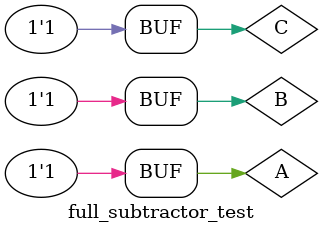
<source format=v>
`timescale 10ns/1ns
module full_subtractor_test;
	reg A,B,C;
	wire Bo,D;
	
	full_subtractor uut (.A(A),.B(B),.C(C),.D(D),.Bo(Bo));
	initial begin
		A=0;
		B=0;
		C=0;
		
		#2 A=1;
		#2 B=1;
		#2 C=1;
		#2;
	end
		
		initial begin
		 $monitor("A=%d,B=%d,C=%d,D=%d,Bo=%d \n",A,B,C,D,Bo);
		end
	endmodule
</source>
